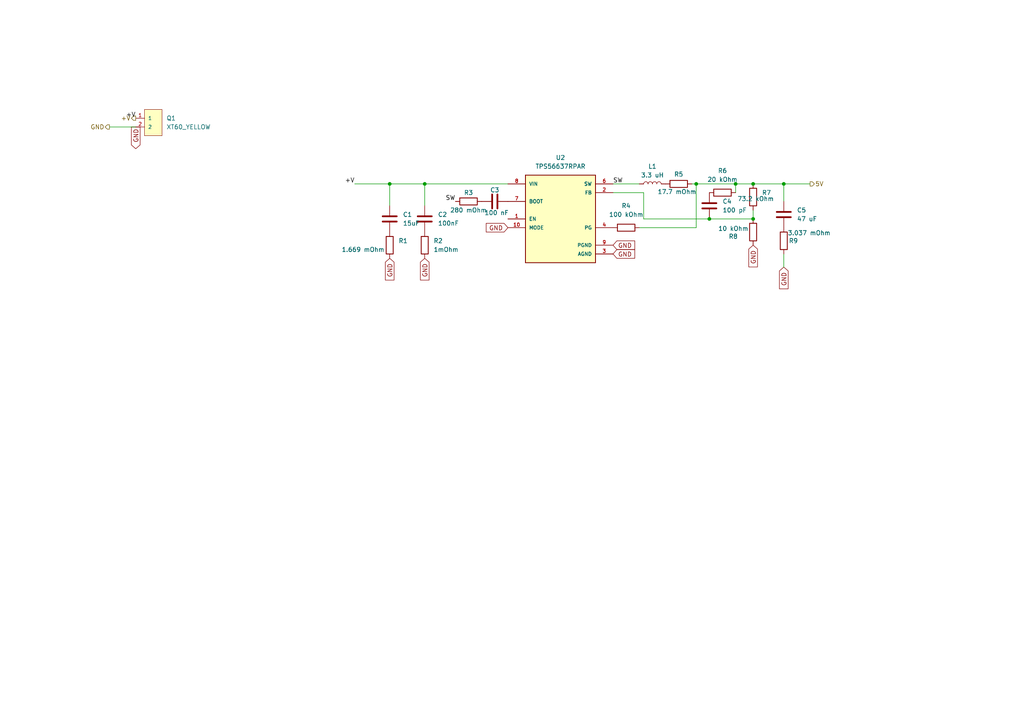
<source format=kicad_sch>
(kicad_sch (version 20250114) (generator "eeschema") (generator_version "9.0")
  (paper "A4")
  (lib_symbols
    (symbol "Device:C" (pin_numbers (hide yes)) (pin_names (offset 0.254))
      (property "Reference" "C" (at 0.635 2.54 0))
      (property "Value" "C" (at 0.635 -2.54 0))
      (symbol "C_0_1"
        (polyline (pts (xy -2.032 0.762) (xy 2.032 0.762)) (stroke (width 0.508)))
        (polyline (pts (xy -2.032 -0.762) (xy 2.032 -0.762)) (stroke (width 0.508)))
      )
      (symbol "C_1_1"
        (pin passive line (at 0 3.81 270) (length 2.794) (name "~") (number "1"))
        (pin passive line (at 0 -3.81 90) (length 2.794) (name "~") (number "2"))
      )
    )
    (symbol "Device:L" (pin_numbers (hide yes)) (pin_names (offset 1.016) (hide yes))
      (property "Reference" "L" (at -1.27 0 90))
      (property "Value" "L" (at 1.905 0 90))
      (symbol "L_0_1"
        (arc (start 0 2.54) (mid 0.6323 1.905) (end 0 1.27))
        (arc (start 0 1.27) (mid 0.6323 0.635) (end 0 0))
        (arc (start 0 0) (mid 0.6323 -0.635) (end 0 -1.27))
        (arc (start 0 -1.27) (mid 0.6323 -1.905) (end 0 -2.54))
      )
      (symbol "L_1_1"
        (pin passive line (at 0 3.81 270) (length 1.27) (name "1") (number "1"))
        (pin passive line (at 0 -3.81 90) (length 1.27) (name "2") (number "2"))
      )
    )
    (symbol "Device:R" (pin_numbers (hide yes)) (pin_names (offset 0))
      (property "Reference" "R" (at 2.032 0 90))
      (property "Value" "R" (at 0 0 90))
      (symbol "R_0_1"
        (rectangle (start -1.016 -2.54) (end 1.016 2.54) (stroke (width 0.254)))
      )
      (symbol "R_1_1"
        (pin passive line (at 0 3.81 270) (length 1.27) (name "~") (number "1"))
        (pin passive line (at 0 -3.81 90) (length 1.27) (name "~") (number "2"))
      )
    )
    (symbol "TPS56637RPAR:TPS56637RPAR" (pin_names (offset 1.016))
      (property "Reference" "U" (at -10.16 13.97 0))
      (property "Value" "TPS56637RPAR" (at -10.16 -13.97 0))
      (symbol "TPS56637RPAR_0_0"
        (rectangle (start -10.16 -12.7) (end 10.16 12.7) (stroke (width 0.254)) (fill (type background)))
        (pin input line (at -15.24 10.16 0) (length 5.08) (name "VIN") (number "8"))
        (pin input line (at -15.24 5.08 0) (length 5.08) (name "BOOT") (number "7"))
        (pin input line (at -15.24 0 0) (length 5.08) (name "EN") (number "1"))
        (pin input line (at -15.24 -2.54 0) (length 5.08) (name "MODE") (number "10"))
        (pin output line (at 15.24 10.16 180) (length 5.08) (name "SW") (number "6"))
        (pin input line (at 15.24 7.62 180) (length 5.08) (name "FB") (number "2"))
        (pin output line (at 15.24 -2.54 180) (length 5.08) (name "PG") (number "4"))
        (pin power_in line (at 15.24 -7.62 180) (length 5.08) (name "PGND") (number "9"))
        (pin power_in line (at 15.24 -10.16 180) (length 5.08) (name "AGND") (number "3"))
      )
    )
    (symbol "XT60_YELLOW:XT60_YELLOW" (pin_names (offset 1.016))
      (property "Reference" "Q" (at -2.5638 2.5579 0))
      (property "Value" "XT60_YELLOW" (at -2.5747 -7.6027 0))
      (symbol "XT60_YELLOW_0_0"
        (rectangle (start -2.54 -5.08) (end 2.54 2.54) (stroke (width 0.127)) (fill (type background)))
        (pin passive line (at -5.08 0 0) (length 2.54) (name "1") (number "1"))
        (pin passive line (at -5.08 -2.54 0) (length 2.54) (name "2") (number "2"))
      )
    )
  )
  (junction (at 205.74 63.5))
  (junction (at 201.93 53.34))
  (junction (at 218.44 53.34))
  (junction (at 213.36 53.34))
  (junction (at 113.03 53.34))
  (junction (at 123.19 53.34))
  (junction (at 227.33 53.34))
  (junction (at 218.44 63.5))
  (wire (pts (xy 102.87 53.34) (xy 113.03 53.34)))
  (wire (pts (xy 227.33 53.34) (xy 227.33 58.42)))
  (wire (pts (xy 201.93 53.34) (xy 213.36 53.34)))
  (wire (pts (xy 218.44 53.34) (xy 227.33 53.34)))
  (wire (pts (xy 186.69 55.88) (xy 186.69 63.5)))
  (wire (pts (xy 113.03 59.69) (xy 113.03 53.34)))
  (wire (pts (xy 123.19 53.34) (xy 147.32 53.34)))
  (wire (pts (xy 205.74 63.5) (xy 218.44 63.5)))
  (wire (pts (xy 186.69 63.5) (xy 205.74 63.5)))
  (wire (pts (xy 227.33 73.66) (xy 227.33 77.47)))
  (wire (pts (xy 213.36 53.34) (xy 218.44 53.34)))
  (wire (pts (xy 185.42 66.04) (xy 201.93 66.04)))
  (wire (pts (xy 227.33 53.34) (xy 234.95 53.34)))
  (wire (pts (xy 31.75 36.83) (xy 39.37 36.83)))
  (wire (pts (xy 177.8 55.88) (xy 186.69 55.88)))
  (wire (pts (xy 177.8 53.34) (xy 185.42 53.34)))
  (wire (pts (xy 123.19 59.69) (xy 123.19 53.34)))
  (wire (pts (xy 201.93 66.04) (xy 201.93 53.34)))
  (wire (pts (xy 218.44 63.5) (xy 218.44 60.96)))
  (wire (pts (xy 200.66 53.34) (xy 201.93 53.34)))
  (wire (pts (xy 113.03 53.34) (xy 123.19 53.34)))
  (wire (pts (xy 213.36 53.34) (xy 213.36 55.88)))
  (label "+V" (at 39.37 34.29 180))
  (label "SW" (at 132.08 58.42 180))
  (label "SW" (at 177.8 53.34 0))
  (label "+V" (at 102.87 53.34 180))
  (global_label "GND" (shape input) (at 177.8 71.12 0) (property "Intersheetrefs" "${INTERSHEET_REFS}" (effects (hide yes))))
  (global_label "GND" (shape input) (at 227.33 77.47 270) (property "Intersheetrefs" "${INTERSHEET_REFS}" (effects (hide yes))))
  (global_label "GND" (shape input) (at 218.44 71.12 270) (property "Intersheetrefs" "${INTERSHEET_REFS}" (effects (hide yes))))
  (global_label "GND" (shape input) (at 113.03 74.93 270) (property "Intersheetrefs" "${INTERSHEET_REFS}" (effects (hide yes))))
  (global_label "GND" (shape input) (at 177.8 73.66 0) (property "Intersheetrefs" "${INTERSHEET_REFS}" (effects (hide yes))))
  (global_label "GND" (shape input) (at 123.19 74.93 270) (property "Intersheetrefs" "${INTERSHEET_REFS}" (effects (hide yes))))
  (global_label "GND" (shape input) (at 147.32 66.04 180) (property "Intersheetrefs" "${INTERSHEET_REFS}" (effects (hide yes))))
  (global_label "GND" (shape output) (at 39.37 36.83 270) (property "Intersheetrefs" "${INTERSHEET_REFS}" (effects (hide yes))))
  (hierarchical_label "5V" (shape output) (at 234.95 53.34 0))
  (hierarchical_label "GND" (shape output) (at 31.75 36.83 180))
  (hierarchical_label "+V" (shape output) (at 39.37 34.29 180))
  (symbol (lib_id "Device:R") (at 123.19 71.12 0) (unit 1)
    (property "Reference" "R2" (at 125.73 69.8499 0) (effects (justify left)))
    (property "Value" "1mOhm" (at 125.73 72.3899 0) (effects (justify left)))
    (property "Footprint" "Resistor_SMD:R_0508_1220Metric" (effects (hide yes)))
    (property "Description" "Resistor" (effects (hide yes)))
  )
  (symbol (lib_id "Device:R") (at 227.33 69.85 0) (unit 1)
    (property "Reference" "R9" (at 230.124 69.85 0))
    (property "Value" "3.037 mOhm" (at 234.696 67.564 0))
    (property "Footprint" "Resistor_SMD:R_0508_1220Metric" (effects (hide yes)))
    (property "Description" "Resistor" (effects (hide yes)))
  )
  (symbol (lib_id "TPS56637RPAR:TPS56637RPAR") (at 162.56 63.5 0) (unit 1)
    (property "Reference" "U2" (at 162.56 45.72 0))
    (property "Value" "TPS56637RPAR" (at 162.56 48.26 0))
    (property "Footprint" "TPS56637RPAR:CONV_TPS56637RPAR" (effects (hide yes)))
    (property "MF" "Texas Instruments" (effects (hide yes)))
    (property "MAXIMUM_PACKAGE_HEIGHT" "1.0mm" (effects (hide yes)))
    (property "Package" "VQFN-HR-10 Texas Instruments" (effects (hide yes)))
    (property "Price" "None" (effects (hide yes)))
    (property "Check_prices" "https://www.snapeda.com/parts/TPS56637RPAR/Texas+Instruments/view-part/?ref=eda" (effects (hide yes)))
    (property "STANDARD" "Manufacturer recommendations" (effects (hide yes)))
    (property "PARTREV" "A" (effects (hide yes)))
    (property "SnapEDA_Link" "https://www.snapeda.com/parts/TPS56637RPAR/Texas+Instruments/view-part/?ref=snap" (effects (hide yes)))
    (property "MP" "TPS56637RPAR" (effects (hide yes)))
    (property "Description_1" "4.5-V to 28-V, 6-A synchronous buck converter with ULQ-Mode" (effects (hide yes)))
    (property "Availability" "In Stock" (effects (hide yes)))
    (property "MANUFACTURER" "Texas Instruments" (effects (hide yes)))
  )
  (symbol (lib_id "Device:C") (at 227.33 62.23 0) (unit 1)
    (property "Reference" "C5" (at 231.14 60.9599 0) (effects (justify left)))
    (property "Value" "47 uF" (at 231.14 63.4999 0) (effects (justify left)))
    (property "Footprint" "Capacitor_SMD:C_1210_3225Metric" (effects (hide yes)))
    (property "Description" "Unpolarized capacitor" (effects (hide yes)))
  )
  (symbol (lib_id "Device:R") (at 209.55 55.88 90) (unit 1)
    (property "Reference" "R6" (at 209.55 49.53 90))
    (property "Value" "20 kOhm" (at 209.55 52.07 90))
    (property "Footprint" "Resistor_SMD:R_0508_1220Metric" (effects (hide yes)))
    (property "Description" "Resistor" (effects (hide yes)))
  )
  (symbol (lib_id "Device:L") (at 189.23 53.34 90) (unit 1)
    (property "Reference" "L1" (at 189.23 48.26 90))
    (property "Value" "3.3 uH" (at 189.23 50.8 90))
    (property "Footprint" "Inductor_SMD:L_1210_3225Metric" (effects (hide yes)))
    (property "Description" "Inductor" (effects (hide yes)))
  )
  (symbol (lib_id "Device:C") (at 205.74 59.69 0) (unit 1)
    (property "Reference" "C4" (at 209.55 58.4199 0) (effects (justify left)))
    (property "Value" "100 pF" (at 209.55 60.9599 0) (effects (justify left)))
    (property "Footprint" "Capacitor_SMD:C_1210_3225Metric" (effects (hide yes)))
    (property "Description" "Unpolarized capacitor" (effects (hide yes)))
  )
  (symbol (lib_id "Device:R") (at 181.61 66.04 90) (unit 1)
    (property "Reference" "R4" (at 181.61 59.69 90))
    (property "Value" "100 kOhm" (at 181.61 62.23 90))
    (property "Footprint" "Resistor_SMD:R_0508_1220Metric" (effects (hide yes)))
    (property "Description" "Resistor" (effects (hide yes)))
  )
  (symbol (lib_id "Device:C") (at 123.19 63.5 0) (unit 1)
    (property "Reference" "C2" (at 127 62.2299 0) (effects (justify left)))
    (property "Value" "100nF" (at 127 64.7699 0) (effects (justify left)))
    (property "Footprint" "Capacitor_SMD:C_1210_3225Metric" (effects (hide yes)))
    (property "Description" "Unpolarized capacitor" (effects (hide yes)))
  )
  (symbol (lib_id "Device:C") (at 143.51 58.42 90) (unit 1)
    (property "Reference" "C3" (at 143.51 55.118 90))
    (property "Value" "100 nF" (at 144.018 61.722 90))
    (property "Footprint" "Capacitor_SMD:C_1210_3225Metric" (effects (hide yes)))
    (property "Description" "Unpolarized capacitor" (effects (hide yes)))
  )
  (symbol (lib_id "XT60_YELLOW:XT60_YELLOW") (at 44.45 34.29 0) (unit 1)
    (property "Reference" "Q1" (at 48.26 34.2899 0) (effects (justify left)))
    (property "Value" "XT60_YELLOW" (at 48.26 36.8299 0) (effects (justify left)))
    (property "Footprint" "XT60_YELLOW:AMASS_XT60PB-M" (effects (hide yes)))
    (property "MF" "Pololu" (effects (hide yes)))
    (property "MAXIMUM_PACKAGE_HEIGHT" "15.9 mm" (effects (hide yes)))
    (property "Package" "None" (effects (hide yes)))
    (property "Price" "None" (effects (hide yes)))
    (property "Check_prices" "https://www.snapeda.com/parts/XT60%20YELLOW/Pololu/view-part/?ref=eda" (effects (hide yes)))
    (property "STANDARD" "IPC 2222A" (effects (hide yes)))
    (property "PARTREV" "1.2" (effects (hide yes)))
    (property "SnapEDA_Link" "https://www.snapeda.com/parts/XT60%20YELLOW/Pololu/view-part/?ref=snap" (effects (hide yes)))
    (property "MP" "XT60 YELLOW" (effects (hide yes)))
    (property "Description_1" "Power connector; 65A; PIN: 2; Colour: yellow" (effects (hide yes)))
    (property "Availability" "In Stock" (effects (hide yes)))
    (property "MANUFACTURER" "AMASS" (effects (hide yes)))
  )
  (symbol (lib_id "Device:C") (at 113.03 63.5 0) (unit 1)
    (property "Reference" "C1" (at 116.84 62.2299 0) (effects (justify left)))
    (property "Value" "15uF" (at 116.84 64.7699 0) (effects (justify left)))
    (property "Footprint" "Capacitor_SMD:C_1210_3225Metric" (effects (hide yes)))
    (property "Description" "Unpolarized capacitor" (effects (hide yes)))
  )
  (symbol (lib_id "Device:R") (at 218.44 57.15 180) (unit 1)
    (property "Reference" "R7" (at 220.98 55.8799 0) (effects (justify right)))
    (property "Value" "73.2 kOhm" (at 213.868 57.658 0) (effects (justify right)))
    (property "Footprint" "Resistor_SMD:R_0508_1220Metric" (effects (hide yes)))
    (property "Description" "Resistor" (effects (hide yes)))
  )
  (symbol (lib_id "Device:R") (at 113.03 71.12 0) (unit 1)
    (property "Reference" "R1" (at 115.57 69.8499 0) (effects (justify left)))
    (property "Value" "1.669 mOhm" (at 99.06 72.39 0) (effects (justify left)))
    (property "Footprint" "Resistor_SMD:R_0508_1220Metric" (effects (hide yes)))
    (property "Description" "Resistor" (effects (hide yes)))
  )
  (symbol (lib_id "Device:R") (at 135.89 58.42 90) (unit 1)
    (property "Reference" "R3" (at 135.89 55.88 90))
    (property "Value" "280 mOhm" (at 135.89 60.96 90))
    (property "Footprint" "Resistor_SMD:R_0508_1220Metric" (effects (hide yes)))
    (property "Description" "Resistor" (effects (hide yes)))
  )
  (symbol (lib_id "Device:R") (at 218.44 67.31 180) (unit 1)
    (property "Reference" "R8" (at 211.328 68.58 0) (effects (justify right)))
    (property "Value" "10 kOhm" (at 208.28 66.294 0) (effects (justify right)))
    (property "Footprint" "Resistor_SMD:R_0508_1220Metric" (effects (hide yes)))
    (property "Description" "Resistor" (effects (hide yes)))
  )
  (symbol (lib_id "Device:R") (at 196.85 53.34 90) (unit 1)
    (property "Reference" "R5" (at 196.85 50.546 90))
    (property "Value" "17.7 mOhm" (at 196.342 55.626 90))
    (property "Footprint" "Resistor_SMD:R_0508_1220Metric" (effects (hide yes)))
    (property "Description" "Resistor" (effects (hide yes)))
  )
)
</source>
